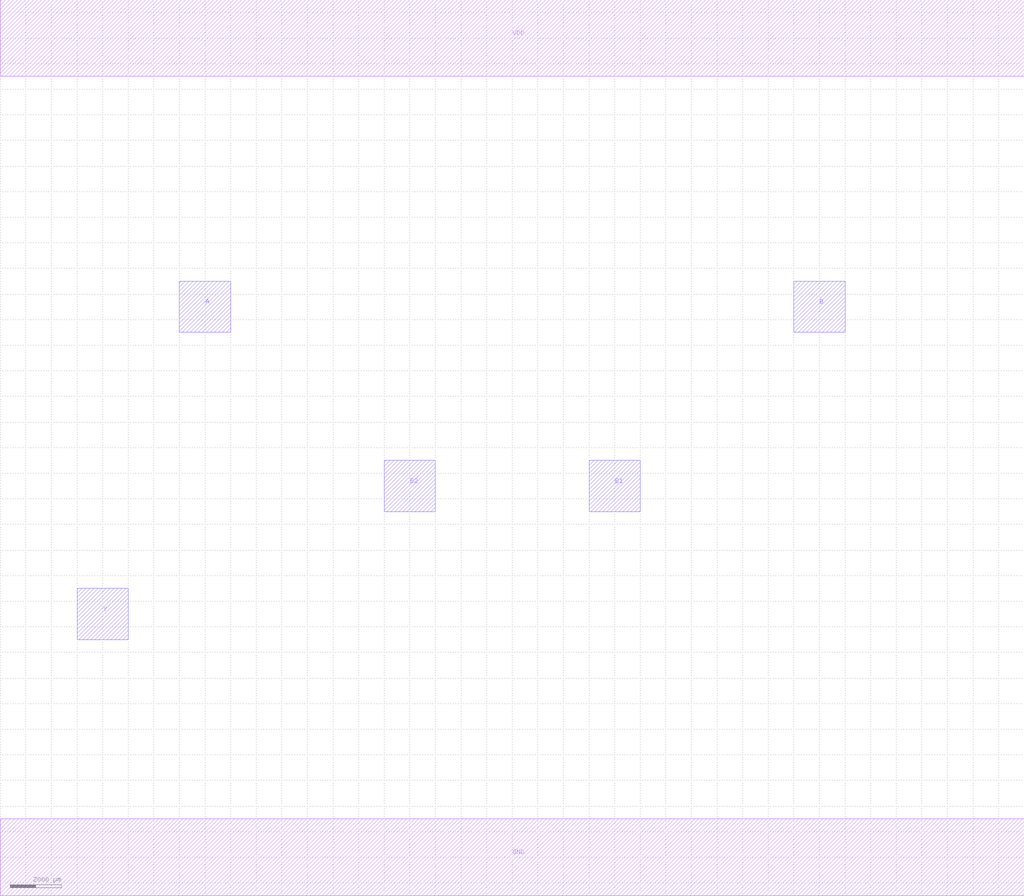
<source format=lef>
MACRO AOI31
 CLASS CORE ;
 ORIGIN 0 0 ;
 FOREIGN AOI31 0 0 ;
 SITE CORE ;
 SYMMETRY X Y R90 ;
  PIN VDD
   DIRECTION INOUT ;
   USE SIGNAL ;
   SHAPE ABUTMENT ;
    PORT
     CLASS CORE ;
       LAYER metal1 ;
        RECT 0.00000000 30500.00000000 40000.00000000 33500.00000000 ;
    END
  END VDD

  PIN GND
   DIRECTION INOUT ;
   USE SIGNAL ;
   SHAPE ABUTMENT ;
    PORT
     CLASS CORE ;
       LAYER metal1 ;
        RECT 0.00000000 -1500.00000000 40000.00000000 1500.00000000 ;
    END
  END GND

  PIN A
   DIRECTION INOUT ;
   USE SIGNAL ;
   SHAPE ABUTMENT ;
    PORT
     CLASS CORE ;
       LAYER metal2 ;
        RECT 7000.00000000 20500.00000000 9000.00000000 22500.00000000 ;
    END
  END A

  PIN B2
   DIRECTION INOUT ;
   USE SIGNAL ;
   SHAPE ABUTMENT ;
    PORT
     CLASS CORE ;
       LAYER metal2 ;
        RECT 15000.00000000 13500.00000000 17000.00000000 15500.00000000 ;
    END
  END B2

  PIN B1
   DIRECTION INOUT ;
   USE SIGNAL ;
   SHAPE ABUTMENT ;
    PORT
     CLASS CORE ;
       LAYER metal2 ;
        RECT 23000.00000000 13500.00000000 25000.00000000 15500.00000000 ;
    END
  END B1

  PIN B
   DIRECTION INOUT ;
   USE SIGNAL ;
   SHAPE ABUTMENT ;
    PORT
     CLASS CORE ;
       LAYER metal2 ;
        RECT 31000.00000000 20500.00000000 33000.00000000 22500.00000000 ;
    END
  END B

  PIN Y
   DIRECTION INOUT ;
   USE SIGNAL ;
   SHAPE ABUTMENT ;
    PORT
     CLASS CORE ;
       LAYER metal2 ;
        RECT 3000.00000000 8500.00000000 5000.00000000 10500.00000000 ;
    END
  END Y


END AOI31

</source>
